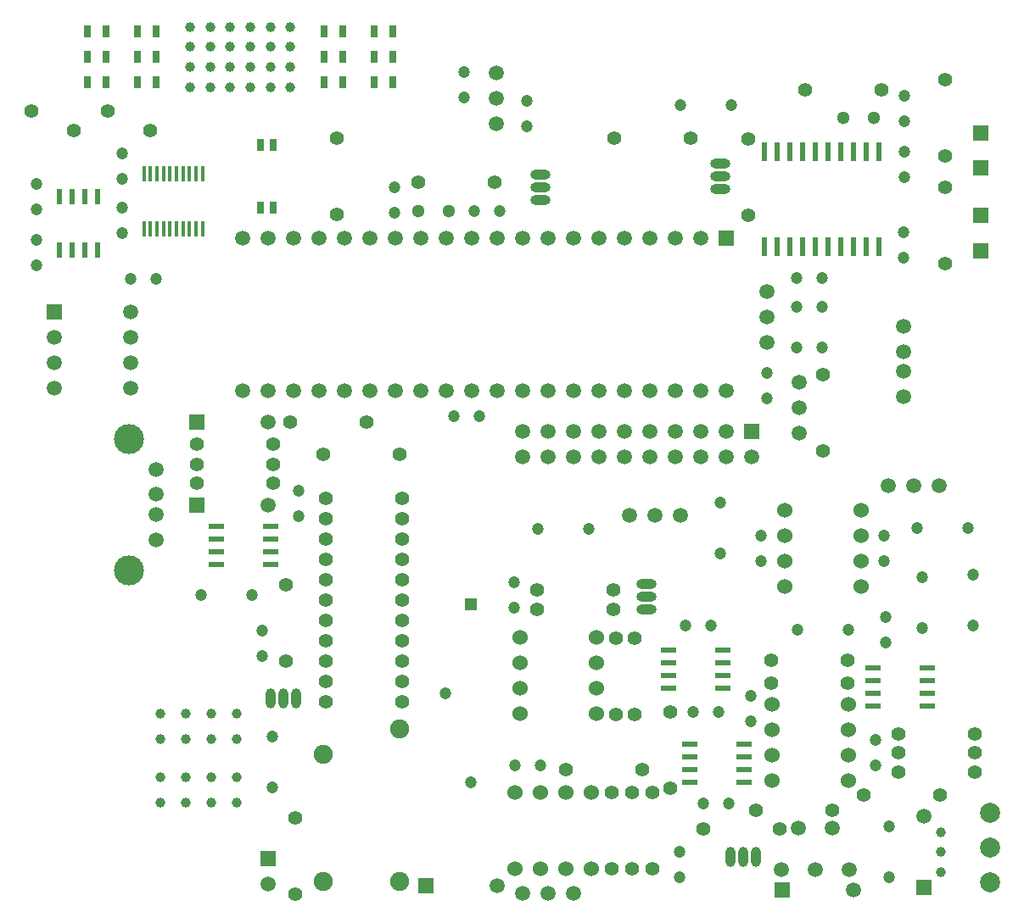
<source format=gbr>
G04 Layer_Color=255*
%FSLAX44Y44*%
%MOMM*%
%TF.FileFunction,Pads,Top*%
%TF.Part,Single*%
G01*
G75*
%TA.AperFunction,SMDPad*%
%ADD10R,1.5000X1.5000*%
%TA.AperFunction,SMDPad*%
%ADD11R,0.3800X1.5000*%
%TA.AperFunction,SMDPad*%
%ADD12R,0.6000X1.9500*%
%TA.AperFunction,SMDPad*%
%ADD13R,0.8000X1.2000*%
%TA.AperFunction,SMDPad*%
%ADD14R,1.5500X0.6000*%
%TA.AperFunction,SMDPad*%
%ADD15R,0.6000X1.5500*%
%TA.AperFunction,ViaPad*%
%ADD21C,1.2000*%
%TA.AperFunction,ViaPad*%
%ADD22C,1.5000*%
%TA.AperFunction,ViaPad*%
%ADD23C,1.4000*%
%TA.AperFunction,ViaPad*%
%ADD24O,2.0000X1.0000*%
%TA.AperFunction,ViaPad*%
%ADD25O,2.0000X1.0000*%
%TA.AperFunction,ViaPad*%
%ADD26R,1.5000X1.5000*%
%TA.AperFunction,ViaPad*%
%ADD27R,1.5000X1.5000*%
%TA.AperFunction,ViaPad*%
%ADD28C,2.0000*%
%TA.AperFunction,ViaPad*%
%ADD29C,1.5240*%
%TA.AperFunction,ViaPad*%
%ADD30C,1.0000*%
%TA.AperFunction,ViaPad*%
%ADD31O,1.0000X2.0000*%
%TA.AperFunction,ViaPad*%
%ADD32O,1.0000X2.0000*%
%TA.AperFunction,ViaPad*%
%ADD33C,1.3000*%
%TA.AperFunction,ViaPad*%
%ADD34C,1.9000*%
%TA.AperFunction,ViaPad*%
%ADD35R,1.2000X1.2000*%
%TA.AperFunction,ViaPad*%
%ADD36R,0.8000X1.2000*%
%TA.AperFunction,ViaPad*%
%ADD37C,3.0000*%
D10*
X961736Y690513D02*
D03*
Y655513D02*
D03*
Y738063D02*
D03*
Y773063D02*
D03*
D11*
X126596Y677183D02*
D03*
X133096D02*
D03*
X139596D02*
D03*
X146096D02*
D03*
X152596D02*
D03*
X159096D02*
D03*
X165596D02*
D03*
X172096D02*
D03*
X178596D02*
D03*
X185096D02*
D03*
Y732183D02*
D03*
X178596D02*
D03*
X172096D02*
D03*
X165596D02*
D03*
X159096D02*
D03*
X152596D02*
D03*
X146096D02*
D03*
X139596D02*
D03*
X133096D02*
D03*
X126596D02*
D03*
D12*
X745836Y754318D02*
D03*
X758536D02*
D03*
X771236D02*
D03*
X783936D02*
D03*
X796636D02*
D03*
X809336D02*
D03*
X822036D02*
D03*
X834736D02*
D03*
X847436D02*
D03*
X860136D02*
D03*
X745836Y659318D02*
D03*
X758536D02*
D03*
X771236D02*
D03*
X783936D02*
D03*
X796636D02*
D03*
X809336D02*
D03*
X822036D02*
D03*
X834736D02*
D03*
X847436D02*
D03*
X860136D02*
D03*
D13*
X242536Y698543D02*
D03*
X255236D02*
D03*
X242536Y761543D02*
D03*
X255236D02*
D03*
D14*
X671516Y162748D02*
D03*
Y150048D02*
D03*
Y137348D02*
D03*
Y124648D02*
D03*
X725516D02*
D03*
Y137348D02*
D03*
Y150048D02*
D03*
Y162748D02*
D03*
X854396Y238948D02*
D03*
Y226248D02*
D03*
Y213548D02*
D03*
Y200848D02*
D03*
X908396D02*
D03*
Y213548D02*
D03*
Y226248D02*
D03*
Y238948D02*
D03*
X649926Y256728D02*
D03*
Y244028D02*
D03*
Y231328D02*
D03*
Y218628D02*
D03*
X703926D02*
D03*
Y231328D02*
D03*
Y244028D02*
D03*
Y256728D02*
D03*
X199076Y379918D02*
D03*
Y367218D02*
D03*
Y354518D02*
D03*
Y341818D02*
D03*
X253076D02*
D03*
Y354518D02*
D03*
Y367218D02*
D03*
Y379918D02*
D03*
D15*
X42256Y655843D02*
D03*
X54956D02*
D03*
X67656D02*
D03*
X80356D02*
D03*
Y709843D02*
D03*
X67656D02*
D03*
X54956D02*
D03*
X42256D02*
D03*
D21*
X435610Y489820D02*
D03*
X461010D02*
D03*
X701386Y404048D02*
D03*
Y353248D02*
D03*
X113376Y627293D02*
D03*
X138776D02*
D03*
X104486Y727623D02*
D03*
Y753023D02*
D03*
Y673013D02*
D03*
Y698413D02*
D03*
X777586Y628563D02*
D03*
X802986D02*
D03*
Y558713D02*
D03*
X777586D02*
D03*
X748376Y533313D02*
D03*
Y507913D02*
D03*
X777586Y599353D02*
D03*
X802986D02*
D03*
X19396Y722543D02*
D03*
Y697143D02*
D03*
X885536Y754293D02*
D03*
Y728893D02*
D03*
X19396Y666663D02*
D03*
Y641263D02*
D03*
X870296Y80198D02*
D03*
Y29398D02*
D03*
X660746D02*
D03*
Y54798D02*
D03*
X519776Y377378D02*
D03*
X570576D02*
D03*
X954116Y280858D02*
D03*
Y331658D02*
D03*
X731866Y211008D02*
D03*
Y185608D02*
D03*
X829656Y277048D02*
D03*
X778856D02*
D03*
X700116Y194498D02*
D03*
X674716D02*
D03*
X710276Y103058D02*
D03*
X684876D02*
D03*
X856326Y166558D02*
D03*
Y141158D02*
D03*
X866486Y289748D02*
D03*
Y264348D02*
D03*
X742026Y371028D02*
D03*
Y345628D02*
D03*
X692496Y280858D02*
D03*
X667096D02*
D03*
X865216Y345628D02*
D03*
Y371028D02*
D03*
X522316Y141158D02*
D03*
X496916D02*
D03*
X903316Y278318D02*
D03*
Y329118D02*
D03*
X884266Y648883D02*
D03*
Y674283D02*
D03*
X885536Y810173D02*
D03*
Y784773D02*
D03*
X508346Y779693D02*
D03*
Y805093D02*
D03*
X446116Y834303D02*
D03*
Y808903D02*
D03*
X712816Y801283D02*
D03*
X662016D02*
D03*
X949036Y378648D02*
D03*
X898236D02*
D03*
X495646Y324038D02*
D03*
Y298638D02*
D03*
X254346Y170368D02*
D03*
Y119568D02*
D03*
X281016Y415478D02*
D03*
Y390078D02*
D03*
X452466Y124648D02*
D03*
X427066Y213548D02*
D03*
X481676Y694878D02*
D03*
X456276D02*
D03*
X376266Y719008D02*
D03*
Y693608D02*
D03*
X183226Y311338D02*
D03*
X234026D02*
D03*
X244186Y275778D02*
D03*
Y250378D02*
D03*
D22*
X504536Y13883D02*
D03*
X529936D02*
D03*
X555336D02*
D03*
D03*
X780126Y473623D02*
D03*
Y499023D02*
D03*
Y524423D02*
D03*
D03*
X682336Y668208D02*
D03*
X656936D02*
D03*
X631536D02*
D03*
X606136D02*
D03*
X580736D02*
D03*
X555336D02*
D03*
X529936D02*
D03*
X504536D02*
D03*
X479136D02*
D03*
X453736D02*
D03*
X428336D02*
D03*
X402936D02*
D03*
X377536D02*
D03*
X352136D02*
D03*
X326736D02*
D03*
X301336D02*
D03*
X275936D02*
D03*
X250536D02*
D03*
X225136D02*
D03*
X707736Y515808D02*
D03*
X682336D02*
D03*
X656936D02*
D03*
X631536D02*
D03*
X606136D02*
D03*
X580736D02*
D03*
X555336D02*
D03*
X529936D02*
D03*
X504536D02*
D03*
X479136D02*
D03*
X453736D02*
D03*
X428336D02*
D03*
X402936D02*
D03*
X377536D02*
D03*
X352136D02*
D03*
X326736D02*
D03*
X301336D02*
D03*
X275936D02*
D03*
X250536D02*
D03*
X225136D02*
D03*
X113376Y518348D02*
D03*
Y543748D02*
D03*
Y569148D02*
D03*
Y594548D02*
D03*
X37176Y518348D02*
D03*
Y543748D02*
D03*
Y569148D02*
D03*
X779906Y78338D02*
D03*
X813906D02*
D03*
D03*
X762906Y37338D02*
D03*
X796906D02*
D03*
X830906D02*
D03*
D03*
X834676Y16698D02*
D03*
X904586Y90298D02*
D03*
X885040Y579740D02*
D03*
Y509690D02*
D03*
Y534690D02*
D03*
Y554690D02*
D03*
X477866Y782233D02*
D03*
Y807633D02*
D03*
Y833033D02*
D03*
D03*
X748376Y563793D02*
D03*
Y589193D02*
D03*
Y614593D02*
D03*
D03*
X869026Y420558D02*
D03*
X894426D02*
D03*
X919826D02*
D03*
D03*
X611216Y391348D02*
D03*
X636616D02*
D03*
X662016D02*
D03*
D03*
X250536Y23048D02*
D03*
X478730Y21190D02*
D03*
X250476Y401508D02*
D03*
Y484058D02*
D03*
X504536Y449768D02*
D03*
Y475168D02*
D03*
X529936Y449768D02*
D03*
Y475168D02*
D03*
X555336Y449768D02*
D03*
Y475168D02*
D03*
X580736Y449768D02*
D03*
Y475168D02*
D03*
X606136Y449768D02*
D03*
Y475168D02*
D03*
X631536Y449768D02*
D03*
Y475168D02*
D03*
X656936Y449768D02*
D03*
Y475168D02*
D03*
X682336Y449768D02*
D03*
Y475168D02*
D03*
X707736Y449768D02*
D03*
Y475168D02*
D03*
X733136Y449768D02*
D03*
X138686Y391978D02*
D03*
Y411978D02*
D03*
Y436978D02*
D03*
Y366928D02*
D03*
D23*
X56226Y775883D02*
D03*
X132426D02*
D03*
X90516Y794933D02*
D03*
X14316D02*
D03*
X729326Y690793D02*
D03*
Y766993D02*
D03*
X804256Y532043D02*
D03*
Y455843D02*
D03*
X926176Y826683D02*
D03*
Y750483D02*
D03*
Y642533D02*
D03*
Y718733D02*
D03*
X862676Y816523D02*
D03*
X786476D02*
D03*
X921096Y111948D02*
D03*
X844896D02*
D03*
X761076Y77658D02*
D03*
X684876D02*
D03*
X752186Y246568D02*
D03*
X828386D02*
D03*
Y223708D02*
D03*
X752186D02*
D03*
X879186Y153858D02*
D03*
X955386D02*
D03*
X879186Y172908D02*
D03*
X955386D02*
D03*
X879186Y134808D02*
D03*
X955386D02*
D03*
X518506Y297368D02*
D03*
X594706D02*
D03*
X518506Y316418D02*
D03*
X594706D02*
D03*
X651856Y118298D02*
D03*
Y194498D02*
D03*
X616296Y268158D02*
D03*
Y191958D02*
D03*
X597246Y268158D02*
D03*
Y191958D02*
D03*
X623916Y137348D02*
D03*
X547716D02*
D03*
X476596Y724088D02*
D03*
X400396D02*
D03*
X813146Y96708D02*
D03*
X736946D02*
D03*
X277206Y12888D02*
D03*
Y89088D02*
D03*
X307686Y387538D02*
D03*
X383886D02*
D03*
Y407858D02*
D03*
X307686D02*
D03*
X383886Y204658D02*
D03*
X307686D02*
D03*
X383886Y224978D02*
D03*
X307686D02*
D03*
X383886Y245298D02*
D03*
X307686D02*
D03*
X383886Y265618D02*
D03*
X307686D02*
D03*
X383886Y285938D02*
D03*
X307686D02*
D03*
X383886Y306258D02*
D03*
X307686D02*
D03*
X383886Y326578D02*
D03*
X307686D02*
D03*
X383886Y346898D02*
D03*
X307686D02*
D03*
X383886Y367218D02*
D03*
X307686D02*
D03*
X268316Y245298D02*
D03*
Y321498D02*
D03*
X179416Y423098D02*
D03*
X255616D02*
D03*
X179416Y442148D02*
D03*
X255616D02*
D03*
X179416Y462468D02*
D03*
X255616D02*
D03*
X272126Y484058D02*
D03*
X348326D02*
D03*
X305146Y452308D02*
D03*
X381346D02*
D03*
X613756Y38288D02*
D03*
Y114488D02*
D03*
X593436Y38288D02*
D03*
Y114488D02*
D03*
X634076Y38288D02*
D03*
Y114488D02*
D03*
X595976Y768263D02*
D03*
X672176D02*
D03*
X319116Y692063D02*
D03*
Y768263D02*
D03*
D24*
X701386Y742863D02*
D03*
X627726Y297368D02*
D03*
X522316Y731433D02*
D03*
D25*
X701386Y730163D02*
D03*
Y717463D02*
D03*
X627726Y310068D02*
D03*
Y322768D02*
D03*
X522316Y718733D02*
D03*
Y706033D02*
D03*
D26*
X707736Y668208D02*
D03*
X904586Y19298D02*
D03*
X250536Y48448D02*
D03*
D27*
X37176Y594548D02*
D03*
X763676Y16698D02*
D03*
X407730Y21190D02*
D03*
X179476Y401508D02*
D03*
Y484058D02*
D03*
X733136Y475168D02*
D03*
D28*
X970626Y24148D02*
D03*
Y59148D02*
D03*
Y94148D02*
D03*
D29*
X829656Y125918D02*
D03*
D03*
Y151318D02*
D03*
Y176718D02*
D03*
Y202118D02*
D03*
X753456D02*
D03*
D03*
Y176718D02*
D03*
Y151318D02*
D03*
Y125918D02*
D03*
X501996Y269428D02*
D03*
D03*
Y244028D02*
D03*
Y218628D02*
D03*
Y193228D02*
D03*
X578196D02*
D03*
D03*
Y218628D02*
D03*
Y244028D02*
D03*
Y269428D02*
D03*
X842356Y320228D02*
D03*
D03*
Y345628D02*
D03*
Y371028D02*
D03*
Y396428D02*
D03*
X766156D02*
D03*
D03*
Y371028D02*
D03*
Y345628D02*
D03*
Y320228D02*
D03*
X496916Y38288D02*
D03*
D03*
X522316D02*
D03*
X547716D02*
D03*
X573116D02*
D03*
Y114488D02*
D03*
D03*
X547716D02*
D03*
X522316D02*
D03*
X496916D02*
D03*
D30*
X921986Y74798D02*
D03*
Y54798D02*
D03*
Y34798D02*
D03*
D03*
X172766Y819063D02*
D03*
Y839063D02*
D03*
Y859063D02*
D03*
Y879063D02*
D03*
X192766Y819063D02*
D03*
Y839063D02*
D03*
Y859063D02*
D03*
Y879063D02*
D03*
X212766Y819063D02*
D03*
Y839063D02*
D03*
Y859063D02*
D03*
Y879063D02*
D03*
X232766Y819063D02*
D03*
Y839063D02*
D03*
Y859063D02*
D03*
Y879063D02*
D03*
X252766Y819063D02*
D03*
Y839063D02*
D03*
Y859063D02*
D03*
Y879063D02*
D03*
X272766Y819063D02*
D03*
Y839063D02*
D03*
Y859063D02*
D03*
Y879063D02*
D03*
X168096Y167858D02*
D03*
X218896Y193258D02*
D03*
Y167858D02*
D03*
X193496Y193258D02*
D03*
Y167858D02*
D03*
X168096Y193258D02*
D03*
X142696D02*
D03*
Y167858D02*
D03*
Y104358D02*
D03*
Y129758D02*
D03*
X168096D02*
D03*
Y104358D02*
D03*
X193496D02*
D03*
Y129758D02*
D03*
X218896Y104358D02*
D03*
Y129758D02*
D03*
D31*
X711546Y49718D02*
D03*
X278476Y208468D02*
D03*
D32*
X724246Y49718D02*
D03*
X736946D02*
D03*
X253076Y208468D02*
D03*
X265776D02*
D03*
D33*
X824316Y788583D02*
D03*
X855316D02*
D03*
X400136Y694878D02*
D03*
X431136D02*
D03*
D34*
X381496Y177608D02*
D03*
X305496Y152208D02*
D03*
Y25208D02*
D03*
X381496D02*
D03*
D35*
X452466Y302448D02*
D03*
D36*
X375266Y823563D02*
D03*
X356466D02*
D03*
Y848963D02*
D03*
X375266D02*
D03*
Y874363D02*
D03*
X356466D02*
D03*
X70266Y823563D02*
D03*
X89066D02*
D03*
Y848963D02*
D03*
X70266D02*
D03*
X89066Y874363D02*
D03*
X70266D02*
D03*
X120266D02*
D03*
X139066D02*
D03*
X120266Y848963D02*
D03*
X139066D02*
D03*
Y823563D02*
D03*
X120266D02*
D03*
X306466Y874363D02*
D03*
X325266D02*
D03*
Y848963D02*
D03*
X306466D02*
D03*
Y823563D02*
D03*
X325266D02*
D03*
D37*
X111586Y467778D02*
D03*
Y336178D02*
D03*
%TF.MD5,435BC0942227B9D47482FB0CACC27225*%
M02*

</source>
